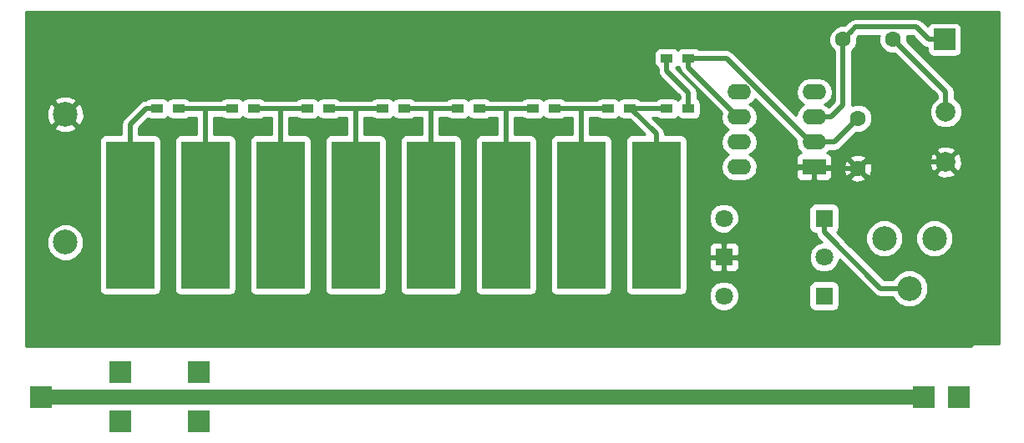
<source format=gtl>
G04 #@! TF.FileFunction,Copper,L1,Top,Plane*
%FSLAX46Y46*%
G04 Gerber Fmt 4.6, Leading zero omitted, Abs format (unit mm)*
G04 Created by KiCad (PCBNEW 4.0.2-stable) date 2017/04/14 20:47:14*
%MOMM*%
G01*
G04 APERTURE LIST*
%ADD10C,0.100000*%
%ADD11C,2.500000*%
%ADD12C,1.600000*%
%ADD13C,1.800000*%
%ADD14R,1.800000X1.800000*%
%ADD15R,1.200000X0.900000*%
%ADD16C,2.000000*%
%ADD17R,2.200000X2.200000*%
%ADD18R,2.400000X1.600000*%
%ADD19O,2.400000X1.600000*%
%ADD20R,5.000000X15.000000*%
%ADD21C,0.500000*%
%ADD22C,1.500000*%
%ADD23C,0.254000*%
G04 APERTURE END LIST*
D10*
D11*
X121701000Y-92052000D03*
X121701000Y-105052000D03*
D12*
X202057000Y-92456000D03*
X202057000Y-97536000D03*
X200533000Y-84455000D03*
X205613000Y-84455000D03*
D13*
X188468000Y-110490000D03*
D14*
X198628000Y-110490000D03*
D13*
X198628000Y-106553000D03*
D14*
X188468000Y-106553000D03*
D13*
X188468000Y-102616000D03*
D14*
X198628000Y-102616000D03*
D15*
X178900000Y-91480000D03*
X176700000Y-91480000D03*
X171280000Y-91480000D03*
X169080000Y-91480000D03*
X163660000Y-91480000D03*
X161460000Y-91480000D03*
X156040000Y-91480000D03*
X153840000Y-91480000D03*
X148420000Y-91480000D03*
X146220000Y-91480000D03*
X140800000Y-91480000D03*
X138600000Y-91480000D03*
X133180000Y-91480000D03*
X130980000Y-91480000D03*
D11*
X207264000Y-109728000D03*
X204724000Y-104648000D03*
X209804000Y-104648000D03*
D16*
X210947000Y-91821000D03*
X210947000Y-96901000D03*
D17*
X210820000Y-84455000D03*
D18*
X197612000Y-97409000D03*
D19*
X189992000Y-89789000D03*
X197612000Y-94869000D03*
X189992000Y-92329000D03*
X197612000Y-92329000D03*
X189992000Y-94869000D03*
X197612000Y-89789000D03*
X189992000Y-97409000D03*
D20*
X151130000Y-102275000D03*
X143510000Y-102275000D03*
X158750000Y-102275000D03*
X166370000Y-102275000D03*
X135890000Y-102275000D03*
X128270000Y-102275000D03*
X173990000Y-102275000D03*
X181610000Y-102275000D03*
D15*
X182669000Y-91480000D03*
X184869000Y-91480000D03*
X182669000Y-86360000D03*
X184869000Y-86360000D03*
D17*
X208750000Y-120750000D03*
X119250000Y-120750000D03*
X212250000Y-120750000D03*
X127250000Y-118250000D03*
X127250000Y-123250000D03*
X135250000Y-118250000D03*
X135250000Y-123250000D03*
D21*
X197612000Y-97409000D02*
X195912000Y-97409000D01*
X195912000Y-97409000D02*
X188468000Y-104853000D01*
X188468000Y-104853000D02*
X188468000Y-105153000D01*
X188468000Y-105153000D02*
X188468000Y-106553000D01*
X202057000Y-97536000D02*
X197739000Y-97536000D01*
X197739000Y-97536000D02*
X197612000Y-97409000D01*
X210947000Y-96901000D02*
X202692000Y-96901000D01*
X202692000Y-96901000D02*
X202057000Y-97536000D01*
X197612000Y-94869000D02*
X197239781Y-94869000D01*
X197239781Y-94869000D02*
X188730781Y-86360000D01*
X188730781Y-86360000D02*
X185969000Y-86360000D01*
X185969000Y-86360000D02*
X184869000Y-86360000D01*
X197612000Y-94869000D02*
X199644000Y-94869000D01*
X199644000Y-94869000D02*
X202057000Y-92456000D01*
X184869000Y-86360000D02*
X184869000Y-87310000D01*
X184869000Y-87310000D02*
X189888000Y-92329000D01*
X189888000Y-92329000D02*
X189992000Y-92329000D01*
X210820000Y-84455000D02*
X209220000Y-84455000D01*
X209220000Y-84455000D02*
X207969999Y-83204999D01*
X207969999Y-83204999D02*
X201783001Y-83204999D01*
X201783001Y-83204999D02*
X201332999Y-83655001D01*
X201332999Y-83655001D02*
X200533000Y-84455000D01*
X197612000Y-92329000D02*
X199312000Y-92329000D01*
X199312000Y-92329000D02*
X200533000Y-91108000D01*
X200533000Y-91108000D02*
X200533000Y-85586370D01*
X200533000Y-85586370D02*
X200533000Y-84455000D01*
X205613000Y-84455000D02*
X210947000Y-89789000D01*
X210947000Y-89789000D02*
X210947000Y-91821000D01*
X151130000Y-91480000D02*
X153840000Y-91480000D01*
X149520000Y-91480000D02*
X151130000Y-91480000D01*
X151130000Y-91480000D02*
X151130000Y-102275000D01*
X148420000Y-91480000D02*
X149520000Y-91480000D01*
X143510000Y-102275000D02*
X143510000Y-94275000D01*
X143510000Y-94275000D02*
X143510000Y-91480000D01*
X140800000Y-91480000D02*
X143510000Y-91480000D01*
X143510000Y-91480000D02*
X146220000Y-91480000D01*
X156040000Y-91480000D02*
X158750000Y-91480000D01*
X158750000Y-91480000D02*
X161460000Y-91480000D01*
X158750000Y-102275000D02*
X158750000Y-94275000D01*
X158750000Y-94275000D02*
X158750000Y-91480000D01*
X163660000Y-91480000D02*
X166370000Y-91480000D01*
X166370000Y-91480000D02*
X169080000Y-91480000D01*
X166370000Y-94275000D02*
X166370000Y-91480000D01*
X166370000Y-102275000D02*
X166370000Y-94275000D01*
X133330000Y-91480000D02*
X135890000Y-91480000D01*
X135890000Y-91480000D02*
X138600000Y-91480000D01*
X135890000Y-94275000D02*
X135890000Y-91480000D01*
X135890000Y-102275000D02*
X135890000Y-94275000D01*
X133180000Y-91480000D02*
X133330000Y-91480000D01*
X130980000Y-91480000D02*
X129880000Y-91480000D01*
X128270000Y-94275000D02*
X128270000Y-102275000D01*
X129880000Y-91480000D02*
X128270000Y-93090000D01*
X128270000Y-93090000D02*
X128270000Y-94275000D01*
X172380000Y-91480000D02*
X173990000Y-91480000D01*
X173990000Y-91480000D02*
X176700000Y-91480000D01*
X173990000Y-102275000D02*
X173990000Y-94275000D01*
X173990000Y-94275000D02*
X173990000Y-91480000D01*
X171280000Y-91480000D02*
X172380000Y-91480000D01*
X178900000Y-91480000D02*
X182669000Y-91480000D01*
X178900000Y-91480000D02*
X179050000Y-91480000D01*
X179050000Y-91480000D02*
X181610000Y-94040000D01*
X181610000Y-94040000D02*
X181610000Y-94275000D01*
X181610000Y-94275000D02*
X181610000Y-102275000D01*
X190392000Y-89789000D02*
X189992000Y-89789000D01*
X198628000Y-102616000D02*
X198628000Y-104016000D01*
X198628000Y-104016000D02*
X204340000Y-109728000D01*
X204340000Y-109728000D02*
X205496234Y-109728000D01*
X205496234Y-109728000D02*
X207264000Y-109728000D01*
X182669000Y-86360000D02*
X182669000Y-87669000D01*
X184869000Y-89869000D02*
X184869000Y-91480000D01*
X182669000Y-87669000D02*
X184869000Y-89869000D01*
X189992000Y-94869000D02*
X190392000Y-94869000D01*
D22*
X119250000Y-120750000D02*
X208750000Y-120750000D01*
D23*
G36*
X216315000Y-115315000D02*
X214000000Y-115315000D01*
X213737862Y-115367143D01*
X213515632Y-115515632D01*
X213443891Y-115623000D01*
X117685000Y-115623000D01*
X117685000Y-110793991D01*
X186932735Y-110793991D01*
X187165932Y-111358371D01*
X187597357Y-111790551D01*
X188161330Y-112024733D01*
X188771991Y-112025265D01*
X189336371Y-111792068D01*
X189768551Y-111360643D01*
X190002733Y-110796670D01*
X190003265Y-110186009D01*
X189770068Y-109621629D01*
X189738495Y-109590000D01*
X197080560Y-109590000D01*
X197080560Y-111390000D01*
X197124838Y-111625317D01*
X197263910Y-111841441D01*
X197476110Y-111986431D01*
X197728000Y-112037440D01*
X199528000Y-112037440D01*
X199763317Y-111993162D01*
X199979441Y-111854090D01*
X200124431Y-111641890D01*
X200175440Y-111390000D01*
X200175440Y-109590000D01*
X200131162Y-109354683D01*
X199992090Y-109138559D01*
X199779890Y-108993569D01*
X199528000Y-108942560D01*
X197728000Y-108942560D01*
X197492683Y-108986838D01*
X197276559Y-109125910D01*
X197131569Y-109338110D01*
X197080560Y-109590000D01*
X189738495Y-109590000D01*
X189338643Y-109189449D01*
X188774670Y-108955267D01*
X188164009Y-108954735D01*
X187599629Y-109187932D01*
X187167449Y-109619357D01*
X186933267Y-110183330D01*
X186932735Y-110793991D01*
X117685000Y-110793991D01*
X117685000Y-105425305D01*
X119815674Y-105425305D01*
X120102043Y-106118372D01*
X120631839Y-106649093D01*
X121324405Y-106936672D01*
X122074305Y-106937326D01*
X122767372Y-106650957D01*
X123298093Y-106121161D01*
X123585672Y-105428595D01*
X123586326Y-104678695D01*
X123299957Y-103985628D01*
X122770161Y-103454907D01*
X122077595Y-103167328D01*
X121327695Y-103166674D01*
X120634628Y-103453043D01*
X120103907Y-103982839D01*
X119816328Y-104675405D01*
X119815674Y-105425305D01*
X117685000Y-105425305D01*
X117685000Y-94775000D01*
X125122560Y-94775000D01*
X125122560Y-109775000D01*
X125166838Y-110010317D01*
X125305910Y-110226441D01*
X125518110Y-110371431D01*
X125770000Y-110422440D01*
X130770000Y-110422440D01*
X131005317Y-110378162D01*
X131221441Y-110239090D01*
X131366431Y-110026890D01*
X131417440Y-109775000D01*
X131417440Y-94775000D01*
X131373162Y-94539683D01*
X131234090Y-94323559D01*
X131021890Y-94178569D01*
X130770000Y-94127560D01*
X129155000Y-94127560D01*
X129155000Y-93456580D01*
X130102587Y-92508992D01*
X130128110Y-92526431D01*
X130380000Y-92577440D01*
X131580000Y-92577440D01*
X131815317Y-92533162D01*
X132031441Y-92394090D01*
X132079134Y-92324289D01*
X132115910Y-92381441D01*
X132328110Y-92526431D01*
X132580000Y-92577440D01*
X133780000Y-92577440D01*
X134015317Y-92533162D01*
X134231441Y-92394090D01*
X134251317Y-92365000D01*
X135005000Y-92365000D01*
X135005000Y-94127560D01*
X133390000Y-94127560D01*
X133154683Y-94171838D01*
X132938559Y-94310910D01*
X132793569Y-94523110D01*
X132742560Y-94775000D01*
X132742560Y-109775000D01*
X132786838Y-110010317D01*
X132925910Y-110226441D01*
X133138110Y-110371431D01*
X133390000Y-110422440D01*
X138390000Y-110422440D01*
X138625317Y-110378162D01*
X138841441Y-110239090D01*
X138986431Y-110026890D01*
X139037440Y-109775000D01*
X139037440Y-94775000D01*
X138993162Y-94539683D01*
X138854090Y-94323559D01*
X138641890Y-94178569D01*
X138390000Y-94127560D01*
X136775000Y-94127560D01*
X136775000Y-92365000D01*
X137525331Y-92365000D01*
X137535910Y-92381441D01*
X137748110Y-92526431D01*
X138000000Y-92577440D01*
X139200000Y-92577440D01*
X139435317Y-92533162D01*
X139651441Y-92394090D01*
X139699134Y-92324289D01*
X139735910Y-92381441D01*
X139948110Y-92526431D01*
X140200000Y-92577440D01*
X141400000Y-92577440D01*
X141635317Y-92533162D01*
X141851441Y-92394090D01*
X141871317Y-92365000D01*
X142625000Y-92365000D01*
X142625000Y-94127560D01*
X141010000Y-94127560D01*
X140774683Y-94171838D01*
X140558559Y-94310910D01*
X140413569Y-94523110D01*
X140362560Y-94775000D01*
X140362560Y-109775000D01*
X140406838Y-110010317D01*
X140545910Y-110226441D01*
X140758110Y-110371431D01*
X141010000Y-110422440D01*
X146010000Y-110422440D01*
X146245317Y-110378162D01*
X146461441Y-110239090D01*
X146606431Y-110026890D01*
X146657440Y-109775000D01*
X146657440Y-94775000D01*
X146613162Y-94539683D01*
X146474090Y-94323559D01*
X146261890Y-94178569D01*
X146010000Y-94127560D01*
X144395000Y-94127560D01*
X144395000Y-92365000D01*
X145145331Y-92365000D01*
X145155910Y-92381441D01*
X145368110Y-92526431D01*
X145620000Y-92577440D01*
X146820000Y-92577440D01*
X147055317Y-92533162D01*
X147271441Y-92394090D01*
X147319134Y-92324289D01*
X147355910Y-92381441D01*
X147568110Y-92526431D01*
X147820000Y-92577440D01*
X149020000Y-92577440D01*
X149255317Y-92533162D01*
X149471441Y-92394090D01*
X149491317Y-92365000D01*
X150245000Y-92365000D01*
X150245000Y-94127560D01*
X148630000Y-94127560D01*
X148394683Y-94171838D01*
X148178559Y-94310910D01*
X148033569Y-94523110D01*
X147982560Y-94775000D01*
X147982560Y-109775000D01*
X148026838Y-110010317D01*
X148165910Y-110226441D01*
X148378110Y-110371431D01*
X148630000Y-110422440D01*
X153630000Y-110422440D01*
X153865317Y-110378162D01*
X154081441Y-110239090D01*
X154226431Y-110026890D01*
X154277440Y-109775000D01*
X154277440Y-94775000D01*
X154233162Y-94539683D01*
X154094090Y-94323559D01*
X153881890Y-94178569D01*
X153630000Y-94127560D01*
X152015000Y-94127560D01*
X152015000Y-92365000D01*
X152765331Y-92365000D01*
X152775910Y-92381441D01*
X152988110Y-92526431D01*
X153240000Y-92577440D01*
X154440000Y-92577440D01*
X154675317Y-92533162D01*
X154891441Y-92394090D01*
X154939134Y-92324289D01*
X154975910Y-92381441D01*
X155188110Y-92526431D01*
X155440000Y-92577440D01*
X156640000Y-92577440D01*
X156875317Y-92533162D01*
X157091441Y-92394090D01*
X157111317Y-92365000D01*
X157865000Y-92365000D01*
X157865000Y-94127560D01*
X156250000Y-94127560D01*
X156014683Y-94171838D01*
X155798559Y-94310910D01*
X155653569Y-94523110D01*
X155602560Y-94775000D01*
X155602560Y-109775000D01*
X155646838Y-110010317D01*
X155785910Y-110226441D01*
X155998110Y-110371431D01*
X156250000Y-110422440D01*
X161250000Y-110422440D01*
X161485317Y-110378162D01*
X161701441Y-110239090D01*
X161846431Y-110026890D01*
X161897440Y-109775000D01*
X161897440Y-94775000D01*
X161853162Y-94539683D01*
X161714090Y-94323559D01*
X161501890Y-94178569D01*
X161250000Y-94127560D01*
X159635000Y-94127560D01*
X159635000Y-92365000D01*
X160385331Y-92365000D01*
X160395910Y-92381441D01*
X160608110Y-92526431D01*
X160860000Y-92577440D01*
X162060000Y-92577440D01*
X162295317Y-92533162D01*
X162511441Y-92394090D01*
X162559134Y-92324289D01*
X162595910Y-92381441D01*
X162808110Y-92526431D01*
X163060000Y-92577440D01*
X164260000Y-92577440D01*
X164495317Y-92533162D01*
X164711441Y-92394090D01*
X164731317Y-92365000D01*
X165485000Y-92365000D01*
X165485000Y-94127560D01*
X163870000Y-94127560D01*
X163634683Y-94171838D01*
X163418559Y-94310910D01*
X163273569Y-94523110D01*
X163222560Y-94775000D01*
X163222560Y-109775000D01*
X163266838Y-110010317D01*
X163405910Y-110226441D01*
X163618110Y-110371431D01*
X163870000Y-110422440D01*
X168870000Y-110422440D01*
X169105317Y-110378162D01*
X169321441Y-110239090D01*
X169466431Y-110026890D01*
X169517440Y-109775000D01*
X169517440Y-94775000D01*
X169473162Y-94539683D01*
X169334090Y-94323559D01*
X169121890Y-94178569D01*
X168870000Y-94127560D01*
X167255000Y-94127560D01*
X167255000Y-92365000D01*
X168005331Y-92365000D01*
X168015910Y-92381441D01*
X168228110Y-92526431D01*
X168480000Y-92577440D01*
X169680000Y-92577440D01*
X169915317Y-92533162D01*
X170131441Y-92394090D01*
X170179134Y-92324289D01*
X170215910Y-92381441D01*
X170428110Y-92526431D01*
X170680000Y-92577440D01*
X171880000Y-92577440D01*
X172115317Y-92533162D01*
X172331441Y-92394090D01*
X172351317Y-92365000D01*
X173105000Y-92365000D01*
X173105000Y-94127560D01*
X171490000Y-94127560D01*
X171254683Y-94171838D01*
X171038559Y-94310910D01*
X170893569Y-94523110D01*
X170842560Y-94775000D01*
X170842560Y-109775000D01*
X170886838Y-110010317D01*
X171025910Y-110226441D01*
X171238110Y-110371431D01*
X171490000Y-110422440D01*
X176490000Y-110422440D01*
X176725317Y-110378162D01*
X176941441Y-110239090D01*
X177086431Y-110026890D01*
X177137440Y-109775000D01*
X177137440Y-94775000D01*
X177093162Y-94539683D01*
X176954090Y-94323559D01*
X176741890Y-94178569D01*
X176490000Y-94127560D01*
X174875000Y-94127560D01*
X174875000Y-92365000D01*
X175625331Y-92365000D01*
X175635910Y-92381441D01*
X175848110Y-92526431D01*
X176100000Y-92577440D01*
X177300000Y-92577440D01*
X177535317Y-92533162D01*
X177751441Y-92394090D01*
X177799134Y-92324289D01*
X177835910Y-92381441D01*
X178048110Y-92526431D01*
X178300000Y-92577440D01*
X178895860Y-92577440D01*
X180445981Y-94127560D01*
X179110000Y-94127560D01*
X178874683Y-94171838D01*
X178658559Y-94310910D01*
X178513569Y-94523110D01*
X178462560Y-94775000D01*
X178462560Y-109775000D01*
X178506838Y-110010317D01*
X178645910Y-110226441D01*
X178858110Y-110371431D01*
X179110000Y-110422440D01*
X184110000Y-110422440D01*
X184345317Y-110378162D01*
X184561441Y-110239090D01*
X184706431Y-110026890D01*
X184757440Y-109775000D01*
X184757440Y-106838750D01*
X186933000Y-106838750D01*
X186933000Y-107579310D01*
X187029673Y-107812699D01*
X187208302Y-107991327D01*
X187441691Y-108088000D01*
X188182250Y-108088000D01*
X188341000Y-107929250D01*
X188341000Y-106680000D01*
X188595000Y-106680000D01*
X188595000Y-107929250D01*
X188753750Y-108088000D01*
X189494309Y-108088000D01*
X189727698Y-107991327D01*
X189906327Y-107812699D01*
X190003000Y-107579310D01*
X190003000Y-106838750D01*
X189844250Y-106680000D01*
X188595000Y-106680000D01*
X188341000Y-106680000D01*
X187091750Y-106680000D01*
X186933000Y-106838750D01*
X184757440Y-106838750D01*
X184757440Y-105526690D01*
X186933000Y-105526690D01*
X186933000Y-106267250D01*
X187091750Y-106426000D01*
X188341000Y-106426000D01*
X188341000Y-105176750D01*
X188595000Y-105176750D01*
X188595000Y-106426000D01*
X189844250Y-106426000D01*
X190003000Y-106267250D01*
X190003000Y-105526690D01*
X189906327Y-105293301D01*
X189727698Y-105114673D01*
X189494309Y-105018000D01*
X188753750Y-105018000D01*
X188595000Y-105176750D01*
X188341000Y-105176750D01*
X188182250Y-105018000D01*
X187441691Y-105018000D01*
X187208302Y-105114673D01*
X187029673Y-105293301D01*
X186933000Y-105526690D01*
X184757440Y-105526690D01*
X184757440Y-102919991D01*
X186932735Y-102919991D01*
X187165932Y-103484371D01*
X187597357Y-103916551D01*
X188161330Y-104150733D01*
X188771991Y-104151265D01*
X189336371Y-103918068D01*
X189768551Y-103486643D01*
X190002733Y-102922670D01*
X190003265Y-102312009D01*
X189770068Y-101747629D01*
X189738495Y-101716000D01*
X197080560Y-101716000D01*
X197080560Y-103516000D01*
X197124838Y-103751317D01*
X197263910Y-103967441D01*
X197476110Y-104112431D01*
X197728000Y-104163440D01*
X197772327Y-104163440D01*
X197793803Y-104271405D01*
X197810367Y-104354675D01*
X198002210Y-104641790D01*
X198378202Y-105017782D01*
X198324009Y-105017735D01*
X197759629Y-105250932D01*
X197327449Y-105682357D01*
X197093267Y-106246330D01*
X197092735Y-106856991D01*
X197325932Y-107421371D01*
X197757357Y-107853551D01*
X198321330Y-108087733D01*
X198931991Y-108088265D01*
X199496371Y-107855068D01*
X199928551Y-107423643D01*
X200162733Y-106859670D01*
X200162783Y-106802363D01*
X203714208Y-110353787D01*
X203714210Y-110353790D01*
X204001325Y-110545633D01*
X204057516Y-110556810D01*
X204340000Y-110613001D01*
X204340005Y-110613000D01*
X205590102Y-110613000D01*
X205665043Y-110794372D01*
X206194839Y-111325093D01*
X206887405Y-111612672D01*
X207637305Y-111613326D01*
X208330372Y-111326957D01*
X208861093Y-110797161D01*
X209148672Y-110104595D01*
X209149326Y-109354695D01*
X208862957Y-108661628D01*
X208333161Y-108130907D01*
X207640595Y-107843328D01*
X206890695Y-107842674D01*
X206197628Y-108129043D01*
X205666907Y-108658839D01*
X205590437Y-108843000D01*
X204706579Y-108843000D01*
X200884885Y-105021305D01*
X202838674Y-105021305D01*
X203125043Y-105714372D01*
X203654839Y-106245093D01*
X204347405Y-106532672D01*
X205097305Y-106533326D01*
X205790372Y-106246957D01*
X206321093Y-105717161D01*
X206608672Y-105024595D01*
X206608674Y-105021305D01*
X207918674Y-105021305D01*
X208205043Y-105714372D01*
X208734839Y-106245093D01*
X209427405Y-106532672D01*
X210177305Y-106533326D01*
X210870372Y-106246957D01*
X211401093Y-105717161D01*
X211688672Y-105024595D01*
X211689326Y-104274695D01*
X211402957Y-103581628D01*
X210873161Y-103050907D01*
X210180595Y-102763328D01*
X209430695Y-102762674D01*
X208737628Y-103049043D01*
X208206907Y-103578839D01*
X207919328Y-104271405D01*
X207918674Y-105021305D01*
X206608674Y-105021305D01*
X206609326Y-104274695D01*
X206322957Y-103581628D01*
X205793161Y-103050907D01*
X205100595Y-102763328D01*
X204350695Y-102762674D01*
X203657628Y-103049043D01*
X203126907Y-103578839D01*
X202839328Y-104271405D01*
X202838674Y-105021305D01*
X200884885Y-105021305D01*
X199896829Y-104033249D01*
X199979441Y-103980090D01*
X200124431Y-103767890D01*
X200175440Y-103516000D01*
X200175440Y-101716000D01*
X200131162Y-101480683D01*
X199992090Y-101264559D01*
X199779890Y-101119569D01*
X199528000Y-101068560D01*
X197728000Y-101068560D01*
X197492683Y-101112838D01*
X197276559Y-101251910D01*
X197131569Y-101464110D01*
X197080560Y-101716000D01*
X189738495Y-101716000D01*
X189338643Y-101315449D01*
X188774670Y-101081267D01*
X188164009Y-101080735D01*
X187599629Y-101313932D01*
X187167449Y-101745357D01*
X186933267Y-102309330D01*
X186932735Y-102919991D01*
X184757440Y-102919991D01*
X184757440Y-94775000D01*
X184713162Y-94539683D01*
X184574090Y-94323559D01*
X184361890Y-94178569D01*
X184110000Y-94127560D01*
X182495000Y-94127560D01*
X182495000Y-94040005D01*
X182495001Y-94040000D01*
X182427633Y-93701326D01*
X182427633Y-93701325D01*
X182235790Y-93414210D01*
X182235787Y-93414208D01*
X181186579Y-92365000D01*
X181594331Y-92365000D01*
X181604910Y-92381441D01*
X181817110Y-92526431D01*
X182069000Y-92577440D01*
X183269000Y-92577440D01*
X183504317Y-92533162D01*
X183720441Y-92394090D01*
X183768134Y-92324289D01*
X183804910Y-92381441D01*
X184017110Y-92526431D01*
X184269000Y-92577440D01*
X185469000Y-92577440D01*
X185704317Y-92533162D01*
X185920441Y-92394090D01*
X186065431Y-92181890D01*
X186116440Y-91930000D01*
X186116440Y-91030000D01*
X186072162Y-90794683D01*
X185933090Y-90578559D01*
X185754000Y-90456192D01*
X185754000Y-89869005D01*
X185754001Y-89869000D01*
X185686633Y-89530326D01*
X185686633Y-89530325D01*
X185494790Y-89243210D01*
X185494787Y-89243208D01*
X183601930Y-87350350D01*
X183720441Y-87274090D01*
X183768134Y-87204289D01*
X183804910Y-87261441D01*
X184000990Y-87395417D01*
X184040190Y-87592484D01*
X184051367Y-87648675D01*
X184064948Y-87669000D01*
X184243210Y-87935790D01*
X188206556Y-91899135D01*
X188121050Y-92329000D01*
X188230283Y-92878151D01*
X188541352Y-93343698D01*
X188923438Y-93599000D01*
X188541352Y-93854302D01*
X188230283Y-94319849D01*
X188121050Y-94869000D01*
X188230283Y-95418151D01*
X188541352Y-95883698D01*
X188923438Y-96139000D01*
X188541352Y-96394302D01*
X188230283Y-96859849D01*
X188121050Y-97409000D01*
X188230283Y-97958151D01*
X188541352Y-98423698D01*
X189006899Y-98734767D01*
X189556050Y-98844000D01*
X190427950Y-98844000D01*
X190977101Y-98734767D01*
X191442648Y-98423698D01*
X191753717Y-97958151D01*
X191806110Y-97694750D01*
X195777000Y-97694750D01*
X195777000Y-98335310D01*
X195873673Y-98568699D01*
X196052302Y-98747327D01*
X196285691Y-98844000D01*
X197326250Y-98844000D01*
X197485000Y-98685250D01*
X197485000Y-97536000D01*
X197739000Y-97536000D01*
X197739000Y-98685250D01*
X197897750Y-98844000D01*
X198938309Y-98844000D01*
X199171698Y-98747327D01*
X199350327Y-98568699D01*
X199360663Y-98543745D01*
X201228861Y-98543745D01*
X201302995Y-98789864D01*
X201840223Y-98982965D01*
X202410454Y-98955778D01*
X202811005Y-98789864D01*
X202885139Y-98543745D01*
X202057000Y-97715605D01*
X201228861Y-98543745D01*
X199360663Y-98543745D01*
X199447000Y-98335310D01*
X199447000Y-97694750D01*
X199288250Y-97536000D01*
X197739000Y-97536000D01*
X197485000Y-97536000D01*
X195935750Y-97536000D01*
X195777000Y-97694750D01*
X191806110Y-97694750D01*
X191862950Y-97409000D01*
X191845093Y-97319223D01*
X200610035Y-97319223D01*
X200637222Y-97889454D01*
X200803136Y-98290005D01*
X201049255Y-98364139D01*
X201877395Y-97536000D01*
X202236605Y-97536000D01*
X203064745Y-98364139D01*
X203310864Y-98290005D01*
X203395861Y-98053532D01*
X209974073Y-98053532D01*
X210072736Y-98320387D01*
X210682461Y-98546908D01*
X211332460Y-98522856D01*
X211821264Y-98320387D01*
X211919927Y-98053532D01*
X210947000Y-97080605D01*
X209974073Y-98053532D01*
X203395861Y-98053532D01*
X203503965Y-97752777D01*
X203476778Y-97182546D01*
X203310864Y-96781995D01*
X203064745Y-96707861D01*
X202236605Y-97536000D01*
X201877395Y-97536000D01*
X201049255Y-96707861D01*
X200803136Y-96781995D01*
X200610035Y-97319223D01*
X191845093Y-97319223D01*
X191753717Y-96859849D01*
X191442648Y-96394302D01*
X191060562Y-96139000D01*
X191442648Y-95883698D01*
X191753717Y-95418151D01*
X191862950Y-94869000D01*
X191753717Y-94319849D01*
X191442648Y-93854302D01*
X191060562Y-93599000D01*
X191442648Y-93343698D01*
X191753717Y-92878151D01*
X191862950Y-92329000D01*
X191753717Y-91779849D01*
X191442648Y-91314302D01*
X191060562Y-91059000D01*
X191442648Y-90803698D01*
X191635010Y-90515808D01*
X195782055Y-94662853D01*
X195741050Y-94869000D01*
X195850283Y-95418151D01*
X196161352Y-95883698D01*
X196296498Y-95974000D01*
X196285691Y-95974000D01*
X196052302Y-96070673D01*
X195873673Y-96249301D01*
X195777000Y-96482690D01*
X195777000Y-97123250D01*
X195935750Y-97282000D01*
X197485000Y-97282000D01*
X197485000Y-97262000D01*
X197739000Y-97262000D01*
X197739000Y-97282000D01*
X199288250Y-97282000D01*
X199447000Y-97123250D01*
X199447000Y-96528255D01*
X201228861Y-96528255D01*
X202057000Y-97356395D01*
X202776933Y-96636461D01*
X209301092Y-96636461D01*
X209325144Y-97286460D01*
X209527613Y-97775264D01*
X209794468Y-97873927D01*
X210767395Y-96901000D01*
X211126605Y-96901000D01*
X212099532Y-97873927D01*
X212366387Y-97775264D01*
X212592908Y-97165539D01*
X212568856Y-96515540D01*
X212366387Y-96026736D01*
X212099532Y-95928073D01*
X211126605Y-96901000D01*
X210767395Y-96901000D01*
X209794468Y-95928073D01*
X209527613Y-96026736D01*
X209301092Y-96636461D01*
X202776933Y-96636461D01*
X202885139Y-96528255D01*
X202811005Y-96282136D01*
X202273777Y-96089035D01*
X201703546Y-96116222D01*
X201302995Y-96282136D01*
X201228861Y-96528255D01*
X199447000Y-96528255D01*
X199447000Y-96482690D01*
X199350327Y-96249301D01*
X199171698Y-96070673D01*
X198938309Y-95974000D01*
X198927502Y-95974000D01*
X199062648Y-95883698D01*
X199149310Y-95754000D01*
X199643995Y-95754000D01*
X199644000Y-95754001D01*
X199671815Y-95748468D01*
X209974073Y-95748468D01*
X210947000Y-96721395D01*
X211919927Y-95748468D01*
X211821264Y-95481613D01*
X211211539Y-95255092D01*
X210561540Y-95279144D01*
X210072736Y-95481613D01*
X209974073Y-95748468D01*
X199671815Y-95748468D01*
X199926484Y-95697810D01*
X199982675Y-95686633D01*
X200269790Y-95494790D01*
X200269791Y-95494789D01*
X201873739Y-93890840D01*
X202341187Y-93891248D01*
X202868800Y-93673243D01*
X203272824Y-93269923D01*
X203491750Y-92742691D01*
X203492248Y-92171813D01*
X203274243Y-91644200D01*
X202870923Y-91240176D01*
X202343691Y-91021250D01*
X201772813Y-91020752D01*
X201405137Y-91172673D01*
X201418001Y-91108000D01*
X201418000Y-91107995D01*
X201418000Y-85599171D01*
X201748824Y-85268923D01*
X201967750Y-84741691D01*
X201968160Y-84271420D01*
X202149581Y-84089999D01*
X204210767Y-84089999D01*
X204178250Y-84168309D01*
X204177752Y-84739187D01*
X204395757Y-85266800D01*
X204799077Y-85670824D01*
X205326309Y-85889750D01*
X205796580Y-85890160D01*
X210062000Y-90155579D01*
X210062000Y-90417602D01*
X210022057Y-90434106D01*
X209561722Y-90893637D01*
X209312284Y-91494352D01*
X209311716Y-92144795D01*
X209560106Y-92745943D01*
X210019637Y-93206278D01*
X210620352Y-93455716D01*
X211270795Y-93456284D01*
X211871943Y-93207894D01*
X212332278Y-92748363D01*
X212581716Y-92147648D01*
X212582284Y-91497205D01*
X212333894Y-90896057D01*
X211874363Y-90435722D01*
X211832000Y-90418131D01*
X211832000Y-89789005D01*
X211832001Y-89789000D01*
X211764633Y-89450325D01*
X211572790Y-89163210D01*
X211572787Y-89163208D01*
X207047840Y-84638260D01*
X207048248Y-84170813D01*
X207014856Y-84089999D01*
X207603419Y-84089999D01*
X208594208Y-85080787D01*
X208594210Y-85080790D01*
X208881325Y-85272633D01*
X209072560Y-85310672D01*
X209072560Y-85555000D01*
X209116838Y-85790317D01*
X209255910Y-86006441D01*
X209468110Y-86151431D01*
X209720000Y-86202440D01*
X211920000Y-86202440D01*
X212155317Y-86158162D01*
X212371441Y-86019090D01*
X212516431Y-85806890D01*
X212567440Y-85555000D01*
X212567440Y-83355000D01*
X212523162Y-83119683D01*
X212384090Y-82903559D01*
X212171890Y-82758569D01*
X211920000Y-82707560D01*
X209720000Y-82707560D01*
X209484683Y-82751838D01*
X209268559Y-82890910D01*
X209123569Y-83103110D01*
X209122916Y-83106336D01*
X208595789Y-82579209D01*
X208308674Y-82387366D01*
X208252483Y-82376189D01*
X207969999Y-82319998D01*
X207969994Y-82319999D01*
X201783006Y-82319999D01*
X201783001Y-82319998D01*
X201500517Y-82376189D01*
X201444326Y-82387366D01*
X201157211Y-82579209D01*
X201157209Y-82579212D01*
X200716260Y-83020160D01*
X200248813Y-83019752D01*
X199721200Y-83237757D01*
X199317176Y-83641077D01*
X199098250Y-84168309D01*
X199097752Y-84739187D01*
X199315757Y-85266800D01*
X199648000Y-85599623D01*
X199648000Y-90741421D01*
X199067643Y-91321777D01*
X199062648Y-91314302D01*
X198680562Y-91059000D01*
X199062648Y-90803698D01*
X199373717Y-90338151D01*
X199482950Y-89789000D01*
X199373717Y-89239849D01*
X199062648Y-88774302D01*
X198597101Y-88463233D01*
X198047950Y-88354000D01*
X197176050Y-88354000D01*
X196626899Y-88463233D01*
X196161352Y-88774302D01*
X195850283Y-89239849D01*
X195741050Y-89789000D01*
X195850283Y-90338151D01*
X196161352Y-90803698D01*
X196543438Y-91059000D01*
X196161352Y-91314302D01*
X195850283Y-91779849D01*
X195775943Y-92153582D01*
X189356571Y-85734210D01*
X189263830Y-85672243D01*
X189069456Y-85542367D01*
X189013265Y-85531190D01*
X188730781Y-85474999D01*
X188730776Y-85475000D01*
X185943669Y-85475000D01*
X185933090Y-85458559D01*
X185720890Y-85313569D01*
X185469000Y-85262560D01*
X184269000Y-85262560D01*
X184033683Y-85306838D01*
X183817559Y-85445910D01*
X183769866Y-85515711D01*
X183733090Y-85458559D01*
X183520890Y-85313569D01*
X183269000Y-85262560D01*
X182069000Y-85262560D01*
X181833683Y-85306838D01*
X181617559Y-85445910D01*
X181472569Y-85658110D01*
X181421560Y-85910000D01*
X181421560Y-86810000D01*
X181465838Y-87045317D01*
X181604910Y-87261441D01*
X181784000Y-87383808D01*
X181784000Y-87668995D01*
X181783999Y-87669000D01*
X181837068Y-87935790D01*
X181851367Y-88007675D01*
X181931520Y-88127633D01*
X182043210Y-88294790D01*
X183984000Y-90235579D01*
X183984000Y-90458808D01*
X183817559Y-90565910D01*
X183769866Y-90635711D01*
X183733090Y-90578559D01*
X183520890Y-90433569D01*
X183269000Y-90382560D01*
X182069000Y-90382560D01*
X181833683Y-90426838D01*
X181617559Y-90565910D01*
X181597683Y-90595000D01*
X179974669Y-90595000D01*
X179964090Y-90578559D01*
X179751890Y-90433569D01*
X179500000Y-90382560D01*
X178300000Y-90382560D01*
X178064683Y-90426838D01*
X177848559Y-90565910D01*
X177800866Y-90635711D01*
X177764090Y-90578559D01*
X177551890Y-90433569D01*
X177300000Y-90382560D01*
X176100000Y-90382560D01*
X175864683Y-90426838D01*
X175648559Y-90565910D01*
X175628683Y-90595000D01*
X172354669Y-90595000D01*
X172344090Y-90578559D01*
X172131890Y-90433569D01*
X171880000Y-90382560D01*
X170680000Y-90382560D01*
X170444683Y-90426838D01*
X170228559Y-90565910D01*
X170180866Y-90635711D01*
X170144090Y-90578559D01*
X169931890Y-90433569D01*
X169680000Y-90382560D01*
X168480000Y-90382560D01*
X168244683Y-90426838D01*
X168028559Y-90565910D01*
X168008683Y-90595000D01*
X164734669Y-90595000D01*
X164724090Y-90578559D01*
X164511890Y-90433569D01*
X164260000Y-90382560D01*
X163060000Y-90382560D01*
X162824683Y-90426838D01*
X162608559Y-90565910D01*
X162560866Y-90635711D01*
X162524090Y-90578559D01*
X162311890Y-90433569D01*
X162060000Y-90382560D01*
X160860000Y-90382560D01*
X160624683Y-90426838D01*
X160408559Y-90565910D01*
X160388683Y-90595000D01*
X157114669Y-90595000D01*
X157104090Y-90578559D01*
X156891890Y-90433569D01*
X156640000Y-90382560D01*
X155440000Y-90382560D01*
X155204683Y-90426838D01*
X154988559Y-90565910D01*
X154940866Y-90635711D01*
X154904090Y-90578559D01*
X154691890Y-90433569D01*
X154440000Y-90382560D01*
X153240000Y-90382560D01*
X153004683Y-90426838D01*
X152788559Y-90565910D01*
X152768683Y-90595000D01*
X149494669Y-90595000D01*
X149484090Y-90578559D01*
X149271890Y-90433569D01*
X149020000Y-90382560D01*
X147820000Y-90382560D01*
X147584683Y-90426838D01*
X147368559Y-90565910D01*
X147320866Y-90635711D01*
X147284090Y-90578559D01*
X147071890Y-90433569D01*
X146820000Y-90382560D01*
X145620000Y-90382560D01*
X145384683Y-90426838D01*
X145168559Y-90565910D01*
X145148683Y-90595000D01*
X141874669Y-90595000D01*
X141864090Y-90578559D01*
X141651890Y-90433569D01*
X141400000Y-90382560D01*
X140200000Y-90382560D01*
X139964683Y-90426838D01*
X139748559Y-90565910D01*
X139700866Y-90635711D01*
X139664090Y-90578559D01*
X139451890Y-90433569D01*
X139200000Y-90382560D01*
X138000000Y-90382560D01*
X137764683Y-90426838D01*
X137548559Y-90565910D01*
X137528683Y-90595000D01*
X134254669Y-90595000D01*
X134244090Y-90578559D01*
X134031890Y-90433569D01*
X133780000Y-90382560D01*
X132580000Y-90382560D01*
X132344683Y-90426838D01*
X132128559Y-90565910D01*
X132080866Y-90635711D01*
X132044090Y-90578559D01*
X131831890Y-90433569D01*
X131580000Y-90382560D01*
X130380000Y-90382560D01*
X130144683Y-90426838D01*
X129928559Y-90565910D01*
X129908683Y-90595000D01*
X129880005Y-90595000D01*
X129880000Y-90594999D01*
X129597516Y-90651190D01*
X129541325Y-90662367D01*
X129254210Y-90854210D01*
X129254208Y-90854213D01*
X127644210Y-92464210D01*
X127452367Y-92751325D01*
X127452367Y-92751326D01*
X127384999Y-93090000D01*
X127385000Y-93090005D01*
X127385000Y-94127560D01*
X125770000Y-94127560D01*
X125534683Y-94171838D01*
X125318559Y-94310910D01*
X125173569Y-94523110D01*
X125122560Y-94775000D01*
X117685000Y-94775000D01*
X117685000Y-93385320D01*
X120547285Y-93385320D01*
X120676533Y-93678123D01*
X121376806Y-93946388D01*
X122126435Y-93926250D01*
X122725467Y-93678123D01*
X122854715Y-93385320D01*
X121701000Y-92231605D01*
X120547285Y-93385320D01*
X117685000Y-93385320D01*
X117685000Y-91727806D01*
X119806612Y-91727806D01*
X119826750Y-92477435D01*
X120074877Y-93076467D01*
X120367680Y-93205715D01*
X121521395Y-92052000D01*
X121880605Y-92052000D01*
X123034320Y-93205715D01*
X123327123Y-93076467D01*
X123595388Y-92376194D01*
X123575250Y-91626565D01*
X123327123Y-91027533D01*
X123034320Y-90898285D01*
X121880605Y-92052000D01*
X121521395Y-92052000D01*
X120367680Y-90898285D01*
X120074877Y-91027533D01*
X119806612Y-91727806D01*
X117685000Y-91727806D01*
X117685000Y-90718680D01*
X120547285Y-90718680D01*
X121701000Y-91872395D01*
X122854715Y-90718680D01*
X122725467Y-90425877D01*
X122025194Y-90157612D01*
X121275565Y-90177750D01*
X120676533Y-90425877D01*
X120547285Y-90718680D01*
X117685000Y-90718680D01*
X117685000Y-81685000D01*
X216315000Y-81685000D01*
X216315000Y-115315000D01*
X216315000Y-115315000D01*
G37*
X216315000Y-115315000D02*
X214000000Y-115315000D01*
X213737862Y-115367143D01*
X213515632Y-115515632D01*
X213443891Y-115623000D01*
X117685000Y-115623000D01*
X117685000Y-110793991D01*
X186932735Y-110793991D01*
X187165932Y-111358371D01*
X187597357Y-111790551D01*
X188161330Y-112024733D01*
X188771991Y-112025265D01*
X189336371Y-111792068D01*
X189768551Y-111360643D01*
X190002733Y-110796670D01*
X190003265Y-110186009D01*
X189770068Y-109621629D01*
X189738495Y-109590000D01*
X197080560Y-109590000D01*
X197080560Y-111390000D01*
X197124838Y-111625317D01*
X197263910Y-111841441D01*
X197476110Y-111986431D01*
X197728000Y-112037440D01*
X199528000Y-112037440D01*
X199763317Y-111993162D01*
X199979441Y-111854090D01*
X200124431Y-111641890D01*
X200175440Y-111390000D01*
X200175440Y-109590000D01*
X200131162Y-109354683D01*
X199992090Y-109138559D01*
X199779890Y-108993569D01*
X199528000Y-108942560D01*
X197728000Y-108942560D01*
X197492683Y-108986838D01*
X197276559Y-109125910D01*
X197131569Y-109338110D01*
X197080560Y-109590000D01*
X189738495Y-109590000D01*
X189338643Y-109189449D01*
X188774670Y-108955267D01*
X188164009Y-108954735D01*
X187599629Y-109187932D01*
X187167449Y-109619357D01*
X186933267Y-110183330D01*
X186932735Y-110793991D01*
X117685000Y-110793991D01*
X117685000Y-105425305D01*
X119815674Y-105425305D01*
X120102043Y-106118372D01*
X120631839Y-106649093D01*
X121324405Y-106936672D01*
X122074305Y-106937326D01*
X122767372Y-106650957D01*
X123298093Y-106121161D01*
X123585672Y-105428595D01*
X123586326Y-104678695D01*
X123299957Y-103985628D01*
X122770161Y-103454907D01*
X122077595Y-103167328D01*
X121327695Y-103166674D01*
X120634628Y-103453043D01*
X120103907Y-103982839D01*
X119816328Y-104675405D01*
X119815674Y-105425305D01*
X117685000Y-105425305D01*
X117685000Y-94775000D01*
X125122560Y-94775000D01*
X125122560Y-109775000D01*
X125166838Y-110010317D01*
X125305910Y-110226441D01*
X125518110Y-110371431D01*
X125770000Y-110422440D01*
X130770000Y-110422440D01*
X131005317Y-110378162D01*
X131221441Y-110239090D01*
X131366431Y-110026890D01*
X131417440Y-109775000D01*
X131417440Y-94775000D01*
X131373162Y-94539683D01*
X131234090Y-94323559D01*
X131021890Y-94178569D01*
X130770000Y-94127560D01*
X129155000Y-94127560D01*
X129155000Y-93456580D01*
X130102587Y-92508992D01*
X130128110Y-92526431D01*
X130380000Y-92577440D01*
X131580000Y-92577440D01*
X131815317Y-92533162D01*
X132031441Y-92394090D01*
X132079134Y-92324289D01*
X132115910Y-92381441D01*
X132328110Y-92526431D01*
X132580000Y-92577440D01*
X133780000Y-92577440D01*
X134015317Y-92533162D01*
X134231441Y-92394090D01*
X134251317Y-92365000D01*
X135005000Y-92365000D01*
X135005000Y-94127560D01*
X133390000Y-94127560D01*
X133154683Y-94171838D01*
X132938559Y-94310910D01*
X132793569Y-94523110D01*
X132742560Y-94775000D01*
X132742560Y-109775000D01*
X132786838Y-110010317D01*
X132925910Y-110226441D01*
X133138110Y-110371431D01*
X133390000Y-110422440D01*
X138390000Y-110422440D01*
X138625317Y-110378162D01*
X138841441Y-110239090D01*
X138986431Y-110026890D01*
X139037440Y-109775000D01*
X139037440Y-94775000D01*
X138993162Y-94539683D01*
X138854090Y-94323559D01*
X138641890Y-94178569D01*
X138390000Y-94127560D01*
X136775000Y-94127560D01*
X136775000Y-92365000D01*
X137525331Y-92365000D01*
X137535910Y-92381441D01*
X137748110Y-92526431D01*
X138000000Y-92577440D01*
X139200000Y-92577440D01*
X139435317Y-92533162D01*
X139651441Y-92394090D01*
X139699134Y-92324289D01*
X139735910Y-92381441D01*
X139948110Y-92526431D01*
X140200000Y-92577440D01*
X141400000Y-92577440D01*
X141635317Y-92533162D01*
X141851441Y-92394090D01*
X141871317Y-92365000D01*
X142625000Y-92365000D01*
X142625000Y-94127560D01*
X141010000Y-94127560D01*
X140774683Y-94171838D01*
X140558559Y-94310910D01*
X140413569Y-94523110D01*
X140362560Y-94775000D01*
X140362560Y-109775000D01*
X140406838Y-110010317D01*
X140545910Y-110226441D01*
X140758110Y-110371431D01*
X141010000Y-110422440D01*
X146010000Y-110422440D01*
X146245317Y-110378162D01*
X146461441Y-110239090D01*
X146606431Y-110026890D01*
X146657440Y-109775000D01*
X146657440Y-94775000D01*
X146613162Y-94539683D01*
X146474090Y-94323559D01*
X146261890Y-94178569D01*
X146010000Y-94127560D01*
X144395000Y-94127560D01*
X144395000Y-92365000D01*
X145145331Y-92365000D01*
X145155910Y-92381441D01*
X145368110Y-92526431D01*
X145620000Y-92577440D01*
X146820000Y-92577440D01*
X147055317Y-92533162D01*
X147271441Y-92394090D01*
X147319134Y-92324289D01*
X147355910Y-92381441D01*
X147568110Y-92526431D01*
X147820000Y-92577440D01*
X149020000Y-92577440D01*
X149255317Y-92533162D01*
X149471441Y-92394090D01*
X149491317Y-92365000D01*
X150245000Y-92365000D01*
X150245000Y-94127560D01*
X148630000Y-94127560D01*
X148394683Y-94171838D01*
X148178559Y-94310910D01*
X148033569Y-94523110D01*
X147982560Y-94775000D01*
X147982560Y-109775000D01*
X148026838Y-110010317D01*
X148165910Y-110226441D01*
X148378110Y-110371431D01*
X148630000Y-110422440D01*
X153630000Y-110422440D01*
X153865317Y-110378162D01*
X154081441Y-110239090D01*
X154226431Y-110026890D01*
X154277440Y-109775000D01*
X154277440Y-94775000D01*
X154233162Y-94539683D01*
X154094090Y-94323559D01*
X153881890Y-94178569D01*
X153630000Y-94127560D01*
X152015000Y-94127560D01*
X152015000Y-92365000D01*
X152765331Y-92365000D01*
X152775910Y-92381441D01*
X152988110Y-92526431D01*
X153240000Y-92577440D01*
X154440000Y-92577440D01*
X154675317Y-92533162D01*
X154891441Y-92394090D01*
X154939134Y-92324289D01*
X154975910Y-92381441D01*
X155188110Y-92526431D01*
X155440000Y-92577440D01*
X156640000Y-92577440D01*
X156875317Y-92533162D01*
X157091441Y-92394090D01*
X157111317Y-92365000D01*
X157865000Y-92365000D01*
X157865000Y-94127560D01*
X156250000Y-94127560D01*
X156014683Y-94171838D01*
X155798559Y-94310910D01*
X155653569Y-94523110D01*
X155602560Y-94775000D01*
X155602560Y-109775000D01*
X155646838Y-110010317D01*
X155785910Y-110226441D01*
X155998110Y-110371431D01*
X156250000Y-110422440D01*
X161250000Y-110422440D01*
X161485317Y-110378162D01*
X161701441Y-110239090D01*
X161846431Y-110026890D01*
X161897440Y-109775000D01*
X161897440Y-94775000D01*
X161853162Y-94539683D01*
X161714090Y-94323559D01*
X161501890Y-94178569D01*
X161250000Y-94127560D01*
X159635000Y-94127560D01*
X159635000Y-92365000D01*
X160385331Y-92365000D01*
X160395910Y-92381441D01*
X160608110Y-92526431D01*
X160860000Y-92577440D01*
X162060000Y-92577440D01*
X162295317Y-92533162D01*
X162511441Y-92394090D01*
X162559134Y-92324289D01*
X162595910Y-92381441D01*
X162808110Y-92526431D01*
X163060000Y-92577440D01*
X164260000Y-92577440D01*
X164495317Y-92533162D01*
X164711441Y-92394090D01*
X164731317Y-92365000D01*
X165485000Y-92365000D01*
X165485000Y-94127560D01*
X163870000Y-94127560D01*
X163634683Y-94171838D01*
X163418559Y-94310910D01*
X163273569Y-94523110D01*
X163222560Y-94775000D01*
X163222560Y-109775000D01*
X163266838Y-110010317D01*
X163405910Y-110226441D01*
X163618110Y-110371431D01*
X163870000Y-110422440D01*
X168870000Y-110422440D01*
X169105317Y-110378162D01*
X169321441Y-110239090D01*
X169466431Y-110026890D01*
X169517440Y-109775000D01*
X169517440Y-94775000D01*
X169473162Y-94539683D01*
X169334090Y-94323559D01*
X169121890Y-94178569D01*
X168870000Y-94127560D01*
X167255000Y-94127560D01*
X167255000Y-92365000D01*
X168005331Y-92365000D01*
X168015910Y-92381441D01*
X168228110Y-92526431D01*
X168480000Y-92577440D01*
X169680000Y-92577440D01*
X169915317Y-92533162D01*
X170131441Y-92394090D01*
X170179134Y-92324289D01*
X170215910Y-92381441D01*
X170428110Y-92526431D01*
X170680000Y-92577440D01*
X171880000Y-92577440D01*
X172115317Y-92533162D01*
X172331441Y-92394090D01*
X172351317Y-92365000D01*
X173105000Y-92365000D01*
X173105000Y-94127560D01*
X171490000Y-94127560D01*
X171254683Y-94171838D01*
X171038559Y-94310910D01*
X170893569Y-94523110D01*
X170842560Y-94775000D01*
X170842560Y-109775000D01*
X170886838Y-110010317D01*
X171025910Y-110226441D01*
X171238110Y-110371431D01*
X171490000Y-110422440D01*
X176490000Y-110422440D01*
X176725317Y-110378162D01*
X176941441Y-110239090D01*
X177086431Y-110026890D01*
X177137440Y-109775000D01*
X177137440Y-94775000D01*
X177093162Y-94539683D01*
X176954090Y-94323559D01*
X176741890Y-94178569D01*
X176490000Y-94127560D01*
X174875000Y-94127560D01*
X174875000Y-92365000D01*
X175625331Y-92365000D01*
X175635910Y-92381441D01*
X175848110Y-92526431D01*
X176100000Y-92577440D01*
X177300000Y-92577440D01*
X177535317Y-92533162D01*
X177751441Y-92394090D01*
X177799134Y-92324289D01*
X177835910Y-92381441D01*
X178048110Y-92526431D01*
X178300000Y-92577440D01*
X178895860Y-92577440D01*
X180445981Y-94127560D01*
X179110000Y-94127560D01*
X178874683Y-94171838D01*
X178658559Y-94310910D01*
X178513569Y-94523110D01*
X178462560Y-94775000D01*
X178462560Y-109775000D01*
X178506838Y-110010317D01*
X178645910Y-110226441D01*
X178858110Y-110371431D01*
X179110000Y-110422440D01*
X184110000Y-110422440D01*
X184345317Y-110378162D01*
X184561441Y-110239090D01*
X184706431Y-110026890D01*
X184757440Y-109775000D01*
X184757440Y-106838750D01*
X186933000Y-106838750D01*
X186933000Y-107579310D01*
X187029673Y-107812699D01*
X187208302Y-107991327D01*
X187441691Y-108088000D01*
X188182250Y-108088000D01*
X188341000Y-107929250D01*
X188341000Y-106680000D01*
X188595000Y-106680000D01*
X188595000Y-107929250D01*
X188753750Y-108088000D01*
X189494309Y-108088000D01*
X189727698Y-107991327D01*
X189906327Y-107812699D01*
X190003000Y-107579310D01*
X190003000Y-106838750D01*
X189844250Y-106680000D01*
X188595000Y-106680000D01*
X188341000Y-106680000D01*
X187091750Y-106680000D01*
X186933000Y-106838750D01*
X184757440Y-106838750D01*
X184757440Y-105526690D01*
X186933000Y-105526690D01*
X186933000Y-106267250D01*
X187091750Y-106426000D01*
X188341000Y-106426000D01*
X188341000Y-105176750D01*
X188595000Y-105176750D01*
X188595000Y-106426000D01*
X189844250Y-106426000D01*
X190003000Y-106267250D01*
X190003000Y-105526690D01*
X189906327Y-105293301D01*
X189727698Y-105114673D01*
X189494309Y-105018000D01*
X188753750Y-105018000D01*
X188595000Y-105176750D01*
X188341000Y-105176750D01*
X188182250Y-105018000D01*
X187441691Y-105018000D01*
X187208302Y-105114673D01*
X187029673Y-105293301D01*
X186933000Y-105526690D01*
X184757440Y-105526690D01*
X184757440Y-102919991D01*
X186932735Y-102919991D01*
X187165932Y-103484371D01*
X187597357Y-103916551D01*
X188161330Y-104150733D01*
X188771991Y-104151265D01*
X189336371Y-103918068D01*
X189768551Y-103486643D01*
X190002733Y-102922670D01*
X190003265Y-102312009D01*
X189770068Y-101747629D01*
X189738495Y-101716000D01*
X197080560Y-101716000D01*
X197080560Y-103516000D01*
X197124838Y-103751317D01*
X197263910Y-103967441D01*
X197476110Y-104112431D01*
X197728000Y-104163440D01*
X197772327Y-104163440D01*
X197793803Y-104271405D01*
X197810367Y-104354675D01*
X198002210Y-104641790D01*
X198378202Y-105017782D01*
X198324009Y-105017735D01*
X197759629Y-105250932D01*
X197327449Y-105682357D01*
X197093267Y-106246330D01*
X197092735Y-106856991D01*
X197325932Y-107421371D01*
X197757357Y-107853551D01*
X198321330Y-108087733D01*
X198931991Y-108088265D01*
X199496371Y-107855068D01*
X199928551Y-107423643D01*
X200162733Y-106859670D01*
X200162783Y-106802363D01*
X203714208Y-110353787D01*
X203714210Y-110353790D01*
X204001325Y-110545633D01*
X204057516Y-110556810D01*
X204340000Y-110613001D01*
X204340005Y-110613000D01*
X205590102Y-110613000D01*
X205665043Y-110794372D01*
X206194839Y-111325093D01*
X206887405Y-111612672D01*
X207637305Y-111613326D01*
X208330372Y-111326957D01*
X208861093Y-110797161D01*
X209148672Y-110104595D01*
X209149326Y-109354695D01*
X208862957Y-108661628D01*
X208333161Y-108130907D01*
X207640595Y-107843328D01*
X206890695Y-107842674D01*
X206197628Y-108129043D01*
X205666907Y-108658839D01*
X205590437Y-108843000D01*
X204706579Y-108843000D01*
X200884885Y-105021305D01*
X202838674Y-105021305D01*
X203125043Y-105714372D01*
X203654839Y-106245093D01*
X204347405Y-106532672D01*
X205097305Y-106533326D01*
X205790372Y-106246957D01*
X206321093Y-105717161D01*
X206608672Y-105024595D01*
X206608674Y-105021305D01*
X207918674Y-105021305D01*
X208205043Y-105714372D01*
X208734839Y-106245093D01*
X209427405Y-106532672D01*
X210177305Y-106533326D01*
X210870372Y-106246957D01*
X211401093Y-105717161D01*
X211688672Y-105024595D01*
X211689326Y-104274695D01*
X211402957Y-103581628D01*
X210873161Y-103050907D01*
X210180595Y-102763328D01*
X209430695Y-102762674D01*
X208737628Y-103049043D01*
X208206907Y-103578839D01*
X207919328Y-104271405D01*
X207918674Y-105021305D01*
X206608674Y-105021305D01*
X206609326Y-104274695D01*
X206322957Y-103581628D01*
X205793161Y-103050907D01*
X205100595Y-102763328D01*
X204350695Y-102762674D01*
X203657628Y-103049043D01*
X203126907Y-103578839D01*
X202839328Y-104271405D01*
X202838674Y-105021305D01*
X200884885Y-105021305D01*
X199896829Y-104033249D01*
X199979441Y-103980090D01*
X200124431Y-103767890D01*
X200175440Y-103516000D01*
X200175440Y-101716000D01*
X200131162Y-101480683D01*
X199992090Y-101264559D01*
X199779890Y-101119569D01*
X199528000Y-101068560D01*
X197728000Y-101068560D01*
X197492683Y-101112838D01*
X197276559Y-101251910D01*
X197131569Y-101464110D01*
X197080560Y-101716000D01*
X189738495Y-101716000D01*
X189338643Y-101315449D01*
X188774670Y-101081267D01*
X188164009Y-101080735D01*
X187599629Y-101313932D01*
X187167449Y-101745357D01*
X186933267Y-102309330D01*
X186932735Y-102919991D01*
X184757440Y-102919991D01*
X184757440Y-94775000D01*
X184713162Y-94539683D01*
X184574090Y-94323559D01*
X184361890Y-94178569D01*
X184110000Y-94127560D01*
X182495000Y-94127560D01*
X182495000Y-94040005D01*
X182495001Y-94040000D01*
X182427633Y-93701326D01*
X182427633Y-93701325D01*
X182235790Y-93414210D01*
X182235787Y-93414208D01*
X181186579Y-92365000D01*
X181594331Y-92365000D01*
X181604910Y-92381441D01*
X181817110Y-92526431D01*
X182069000Y-92577440D01*
X183269000Y-92577440D01*
X183504317Y-92533162D01*
X183720441Y-92394090D01*
X183768134Y-92324289D01*
X183804910Y-92381441D01*
X184017110Y-92526431D01*
X184269000Y-92577440D01*
X185469000Y-92577440D01*
X185704317Y-92533162D01*
X185920441Y-92394090D01*
X186065431Y-92181890D01*
X186116440Y-91930000D01*
X186116440Y-91030000D01*
X186072162Y-90794683D01*
X185933090Y-90578559D01*
X185754000Y-90456192D01*
X185754000Y-89869005D01*
X185754001Y-89869000D01*
X185686633Y-89530326D01*
X185686633Y-89530325D01*
X185494790Y-89243210D01*
X185494787Y-89243208D01*
X183601930Y-87350350D01*
X183720441Y-87274090D01*
X183768134Y-87204289D01*
X183804910Y-87261441D01*
X184000990Y-87395417D01*
X184040190Y-87592484D01*
X184051367Y-87648675D01*
X184064948Y-87669000D01*
X184243210Y-87935790D01*
X188206556Y-91899135D01*
X188121050Y-92329000D01*
X188230283Y-92878151D01*
X188541352Y-93343698D01*
X188923438Y-93599000D01*
X188541352Y-93854302D01*
X188230283Y-94319849D01*
X188121050Y-94869000D01*
X188230283Y-95418151D01*
X188541352Y-95883698D01*
X188923438Y-96139000D01*
X188541352Y-96394302D01*
X188230283Y-96859849D01*
X188121050Y-97409000D01*
X188230283Y-97958151D01*
X188541352Y-98423698D01*
X189006899Y-98734767D01*
X189556050Y-98844000D01*
X190427950Y-98844000D01*
X190977101Y-98734767D01*
X191442648Y-98423698D01*
X191753717Y-97958151D01*
X191806110Y-97694750D01*
X195777000Y-97694750D01*
X195777000Y-98335310D01*
X195873673Y-98568699D01*
X196052302Y-98747327D01*
X196285691Y-98844000D01*
X197326250Y-98844000D01*
X197485000Y-98685250D01*
X197485000Y-97536000D01*
X197739000Y-97536000D01*
X197739000Y-98685250D01*
X197897750Y-98844000D01*
X198938309Y-98844000D01*
X199171698Y-98747327D01*
X199350327Y-98568699D01*
X199360663Y-98543745D01*
X201228861Y-98543745D01*
X201302995Y-98789864D01*
X201840223Y-98982965D01*
X202410454Y-98955778D01*
X202811005Y-98789864D01*
X202885139Y-98543745D01*
X202057000Y-97715605D01*
X201228861Y-98543745D01*
X199360663Y-98543745D01*
X199447000Y-98335310D01*
X199447000Y-97694750D01*
X199288250Y-97536000D01*
X197739000Y-97536000D01*
X197485000Y-97536000D01*
X195935750Y-97536000D01*
X195777000Y-97694750D01*
X191806110Y-97694750D01*
X191862950Y-97409000D01*
X191845093Y-97319223D01*
X200610035Y-97319223D01*
X200637222Y-97889454D01*
X200803136Y-98290005D01*
X201049255Y-98364139D01*
X201877395Y-97536000D01*
X202236605Y-97536000D01*
X203064745Y-98364139D01*
X203310864Y-98290005D01*
X203395861Y-98053532D01*
X209974073Y-98053532D01*
X210072736Y-98320387D01*
X210682461Y-98546908D01*
X211332460Y-98522856D01*
X211821264Y-98320387D01*
X211919927Y-98053532D01*
X210947000Y-97080605D01*
X209974073Y-98053532D01*
X203395861Y-98053532D01*
X203503965Y-97752777D01*
X203476778Y-97182546D01*
X203310864Y-96781995D01*
X203064745Y-96707861D01*
X202236605Y-97536000D01*
X201877395Y-97536000D01*
X201049255Y-96707861D01*
X200803136Y-96781995D01*
X200610035Y-97319223D01*
X191845093Y-97319223D01*
X191753717Y-96859849D01*
X191442648Y-96394302D01*
X191060562Y-96139000D01*
X191442648Y-95883698D01*
X191753717Y-95418151D01*
X191862950Y-94869000D01*
X191753717Y-94319849D01*
X191442648Y-93854302D01*
X191060562Y-93599000D01*
X191442648Y-93343698D01*
X191753717Y-92878151D01*
X191862950Y-92329000D01*
X191753717Y-91779849D01*
X191442648Y-91314302D01*
X191060562Y-91059000D01*
X191442648Y-90803698D01*
X191635010Y-90515808D01*
X195782055Y-94662853D01*
X195741050Y-94869000D01*
X195850283Y-95418151D01*
X196161352Y-95883698D01*
X196296498Y-95974000D01*
X196285691Y-95974000D01*
X196052302Y-96070673D01*
X195873673Y-96249301D01*
X195777000Y-96482690D01*
X195777000Y-97123250D01*
X195935750Y-97282000D01*
X197485000Y-97282000D01*
X197485000Y-97262000D01*
X197739000Y-97262000D01*
X197739000Y-97282000D01*
X199288250Y-97282000D01*
X199447000Y-97123250D01*
X199447000Y-96528255D01*
X201228861Y-96528255D01*
X202057000Y-97356395D01*
X202776933Y-96636461D01*
X209301092Y-96636461D01*
X209325144Y-97286460D01*
X209527613Y-97775264D01*
X209794468Y-97873927D01*
X210767395Y-96901000D01*
X211126605Y-96901000D01*
X212099532Y-97873927D01*
X212366387Y-97775264D01*
X212592908Y-97165539D01*
X212568856Y-96515540D01*
X212366387Y-96026736D01*
X212099532Y-95928073D01*
X211126605Y-96901000D01*
X210767395Y-96901000D01*
X209794468Y-95928073D01*
X209527613Y-96026736D01*
X209301092Y-96636461D01*
X202776933Y-96636461D01*
X202885139Y-96528255D01*
X202811005Y-96282136D01*
X202273777Y-96089035D01*
X201703546Y-96116222D01*
X201302995Y-96282136D01*
X201228861Y-96528255D01*
X199447000Y-96528255D01*
X199447000Y-96482690D01*
X199350327Y-96249301D01*
X199171698Y-96070673D01*
X198938309Y-95974000D01*
X198927502Y-95974000D01*
X199062648Y-95883698D01*
X199149310Y-95754000D01*
X199643995Y-95754000D01*
X199644000Y-95754001D01*
X199671815Y-95748468D01*
X209974073Y-95748468D01*
X210947000Y-96721395D01*
X211919927Y-95748468D01*
X211821264Y-95481613D01*
X211211539Y-95255092D01*
X210561540Y-95279144D01*
X210072736Y-95481613D01*
X209974073Y-95748468D01*
X199671815Y-95748468D01*
X199926484Y-95697810D01*
X199982675Y-95686633D01*
X200269790Y-95494790D01*
X200269791Y-95494789D01*
X201873739Y-93890840D01*
X202341187Y-93891248D01*
X202868800Y-93673243D01*
X203272824Y-93269923D01*
X203491750Y-92742691D01*
X203492248Y-92171813D01*
X203274243Y-91644200D01*
X202870923Y-91240176D01*
X202343691Y-91021250D01*
X201772813Y-91020752D01*
X201405137Y-91172673D01*
X201418001Y-91108000D01*
X201418000Y-91107995D01*
X201418000Y-85599171D01*
X201748824Y-85268923D01*
X201967750Y-84741691D01*
X201968160Y-84271420D01*
X202149581Y-84089999D01*
X204210767Y-84089999D01*
X204178250Y-84168309D01*
X204177752Y-84739187D01*
X204395757Y-85266800D01*
X204799077Y-85670824D01*
X205326309Y-85889750D01*
X205796580Y-85890160D01*
X210062000Y-90155579D01*
X210062000Y-90417602D01*
X210022057Y-90434106D01*
X209561722Y-90893637D01*
X209312284Y-91494352D01*
X209311716Y-92144795D01*
X209560106Y-92745943D01*
X210019637Y-93206278D01*
X210620352Y-93455716D01*
X211270795Y-93456284D01*
X211871943Y-93207894D01*
X212332278Y-92748363D01*
X212581716Y-92147648D01*
X212582284Y-91497205D01*
X212333894Y-90896057D01*
X211874363Y-90435722D01*
X211832000Y-90418131D01*
X211832000Y-89789005D01*
X211832001Y-89789000D01*
X211764633Y-89450325D01*
X211572790Y-89163210D01*
X211572787Y-89163208D01*
X207047840Y-84638260D01*
X207048248Y-84170813D01*
X207014856Y-84089999D01*
X207603419Y-84089999D01*
X208594208Y-85080787D01*
X208594210Y-85080790D01*
X208881325Y-85272633D01*
X209072560Y-85310672D01*
X209072560Y-85555000D01*
X209116838Y-85790317D01*
X209255910Y-86006441D01*
X209468110Y-86151431D01*
X209720000Y-86202440D01*
X211920000Y-86202440D01*
X212155317Y-86158162D01*
X212371441Y-86019090D01*
X212516431Y-85806890D01*
X212567440Y-85555000D01*
X212567440Y-83355000D01*
X212523162Y-83119683D01*
X212384090Y-82903559D01*
X212171890Y-82758569D01*
X211920000Y-82707560D01*
X209720000Y-82707560D01*
X209484683Y-82751838D01*
X209268559Y-82890910D01*
X209123569Y-83103110D01*
X209122916Y-83106336D01*
X208595789Y-82579209D01*
X208308674Y-82387366D01*
X208252483Y-82376189D01*
X207969999Y-82319998D01*
X207969994Y-82319999D01*
X201783006Y-82319999D01*
X201783001Y-82319998D01*
X201500517Y-82376189D01*
X201444326Y-82387366D01*
X201157211Y-82579209D01*
X201157209Y-82579212D01*
X200716260Y-83020160D01*
X200248813Y-83019752D01*
X199721200Y-83237757D01*
X199317176Y-83641077D01*
X199098250Y-84168309D01*
X199097752Y-84739187D01*
X199315757Y-85266800D01*
X199648000Y-85599623D01*
X199648000Y-90741421D01*
X199067643Y-91321777D01*
X199062648Y-91314302D01*
X198680562Y-91059000D01*
X199062648Y-90803698D01*
X199373717Y-90338151D01*
X199482950Y-89789000D01*
X199373717Y-89239849D01*
X199062648Y-88774302D01*
X198597101Y-88463233D01*
X198047950Y-88354000D01*
X197176050Y-88354000D01*
X196626899Y-88463233D01*
X196161352Y-88774302D01*
X195850283Y-89239849D01*
X195741050Y-89789000D01*
X195850283Y-90338151D01*
X196161352Y-90803698D01*
X196543438Y-91059000D01*
X196161352Y-91314302D01*
X195850283Y-91779849D01*
X195775943Y-92153582D01*
X189356571Y-85734210D01*
X189263830Y-85672243D01*
X189069456Y-85542367D01*
X189013265Y-85531190D01*
X188730781Y-85474999D01*
X188730776Y-85475000D01*
X185943669Y-85475000D01*
X185933090Y-85458559D01*
X185720890Y-85313569D01*
X185469000Y-85262560D01*
X184269000Y-85262560D01*
X184033683Y-85306838D01*
X183817559Y-85445910D01*
X183769866Y-85515711D01*
X183733090Y-85458559D01*
X183520890Y-85313569D01*
X183269000Y-85262560D01*
X182069000Y-85262560D01*
X181833683Y-85306838D01*
X181617559Y-85445910D01*
X181472569Y-85658110D01*
X181421560Y-85910000D01*
X181421560Y-86810000D01*
X181465838Y-87045317D01*
X181604910Y-87261441D01*
X181784000Y-87383808D01*
X181784000Y-87668995D01*
X181783999Y-87669000D01*
X181837068Y-87935790D01*
X181851367Y-88007675D01*
X181931520Y-88127633D01*
X182043210Y-88294790D01*
X183984000Y-90235579D01*
X183984000Y-90458808D01*
X183817559Y-90565910D01*
X183769866Y-90635711D01*
X183733090Y-90578559D01*
X183520890Y-90433569D01*
X183269000Y-90382560D01*
X182069000Y-90382560D01*
X181833683Y-90426838D01*
X181617559Y-90565910D01*
X181597683Y-90595000D01*
X179974669Y-90595000D01*
X179964090Y-90578559D01*
X179751890Y-90433569D01*
X179500000Y-90382560D01*
X178300000Y-90382560D01*
X178064683Y-90426838D01*
X177848559Y-90565910D01*
X177800866Y-90635711D01*
X177764090Y-90578559D01*
X177551890Y-90433569D01*
X177300000Y-90382560D01*
X176100000Y-90382560D01*
X175864683Y-90426838D01*
X175648559Y-90565910D01*
X175628683Y-90595000D01*
X172354669Y-90595000D01*
X172344090Y-90578559D01*
X172131890Y-90433569D01*
X171880000Y-90382560D01*
X170680000Y-90382560D01*
X170444683Y-90426838D01*
X170228559Y-90565910D01*
X170180866Y-90635711D01*
X170144090Y-90578559D01*
X169931890Y-90433569D01*
X169680000Y-90382560D01*
X168480000Y-90382560D01*
X168244683Y-90426838D01*
X168028559Y-90565910D01*
X168008683Y-90595000D01*
X164734669Y-90595000D01*
X164724090Y-90578559D01*
X164511890Y-90433569D01*
X164260000Y-90382560D01*
X163060000Y-90382560D01*
X162824683Y-90426838D01*
X162608559Y-90565910D01*
X162560866Y-90635711D01*
X162524090Y-90578559D01*
X162311890Y-90433569D01*
X162060000Y-90382560D01*
X160860000Y-90382560D01*
X160624683Y-90426838D01*
X160408559Y-90565910D01*
X160388683Y-90595000D01*
X157114669Y-90595000D01*
X157104090Y-90578559D01*
X156891890Y-90433569D01*
X156640000Y-90382560D01*
X155440000Y-90382560D01*
X155204683Y-90426838D01*
X154988559Y-90565910D01*
X154940866Y-90635711D01*
X154904090Y-90578559D01*
X154691890Y-90433569D01*
X154440000Y-90382560D01*
X153240000Y-90382560D01*
X153004683Y-90426838D01*
X152788559Y-90565910D01*
X152768683Y-90595000D01*
X149494669Y-90595000D01*
X149484090Y-90578559D01*
X149271890Y-90433569D01*
X149020000Y-90382560D01*
X147820000Y-90382560D01*
X147584683Y-90426838D01*
X147368559Y-90565910D01*
X147320866Y-90635711D01*
X147284090Y-90578559D01*
X147071890Y-90433569D01*
X146820000Y-90382560D01*
X145620000Y-90382560D01*
X145384683Y-90426838D01*
X145168559Y-90565910D01*
X145148683Y-90595000D01*
X141874669Y-90595000D01*
X141864090Y-90578559D01*
X141651890Y-90433569D01*
X141400000Y-90382560D01*
X140200000Y-90382560D01*
X139964683Y-90426838D01*
X139748559Y-90565910D01*
X139700866Y-90635711D01*
X139664090Y-90578559D01*
X139451890Y-90433569D01*
X139200000Y-90382560D01*
X138000000Y-90382560D01*
X137764683Y-90426838D01*
X137548559Y-90565910D01*
X137528683Y-90595000D01*
X134254669Y-90595000D01*
X134244090Y-90578559D01*
X134031890Y-90433569D01*
X133780000Y-90382560D01*
X132580000Y-90382560D01*
X132344683Y-90426838D01*
X132128559Y-90565910D01*
X132080866Y-90635711D01*
X132044090Y-90578559D01*
X131831890Y-90433569D01*
X131580000Y-90382560D01*
X130380000Y-90382560D01*
X130144683Y-90426838D01*
X129928559Y-90565910D01*
X129908683Y-90595000D01*
X129880005Y-90595000D01*
X129880000Y-90594999D01*
X129597516Y-90651190D01*
X129541325Y-90662367D01*
X129254210Y-90854210D01*
X129254208Y-90854213D01*
X127644210Y-92464210D01*
X127452367Y-92751325D01*
X127452367Y-92751326D01*
X127384999Y-93090000D01*
X127385000Y-93090005D01*
X127385000Y-94127560D01*
X125770000Y-94127560D01*
X125534683Y-94171838D01*
X125318559Y-94310910D01*
X125173569Y-94523110D01*
X125122560Y-94775000D01*
X117685000Y-94775000D01*
X117685000Y-93385320D01*
X120547285Y-93385320D01*
X120676533Y-93678123D01*
X121376806Y-93946388D01*
X122126435Y-93926250D01*
X122725467Y-93678123D01*
X122854715Y-93385320D01*
X121701000Y-92231605D01*
X120547285Y-93385320D01*
X117685000Y-93385320D01*
X117685000Y-91727806D01*
X119806612Y-91727806D01*
X119826750Y-92477435D01*
X120074877Y-93076467D01*
X120367680Y-93205715D01*
X121521395Y-92052000D01*
X121880605Y-92052000D01*
X123034320Y-93205715D01*
X123327123Y-93076467D01*
X123595388Y-92376194D01*
X123575250Y-91626565D01*
X123327123Y-91027533D01*
X123034320Y-90898285D01*
X121880605Y-92052000D01*
X121521395Y-92052000D01*
X120367680Y-90898285D01*
X120074877Y-91027533D01*
X119806612Y-91727806D01*
X117685000Y-91727806D01*
X117685000Y-90718680D01*
X120547285Y-90718680D01*
X121701000Y-91872395D01*
X122854715Y-90718680D01*
X122725467Y-90425877D01*
X122025194Y-90157612D01*
X121275565Y-90177750D01*
X120676533Y-90425877D01*
X120547285Y-90718680D01*
X117685000Y-90718680D01*
X117685000Y-81685000D01*
X216315000Y-81685000D01*
X216315000Y-115315000D01*
M02*

</source>
